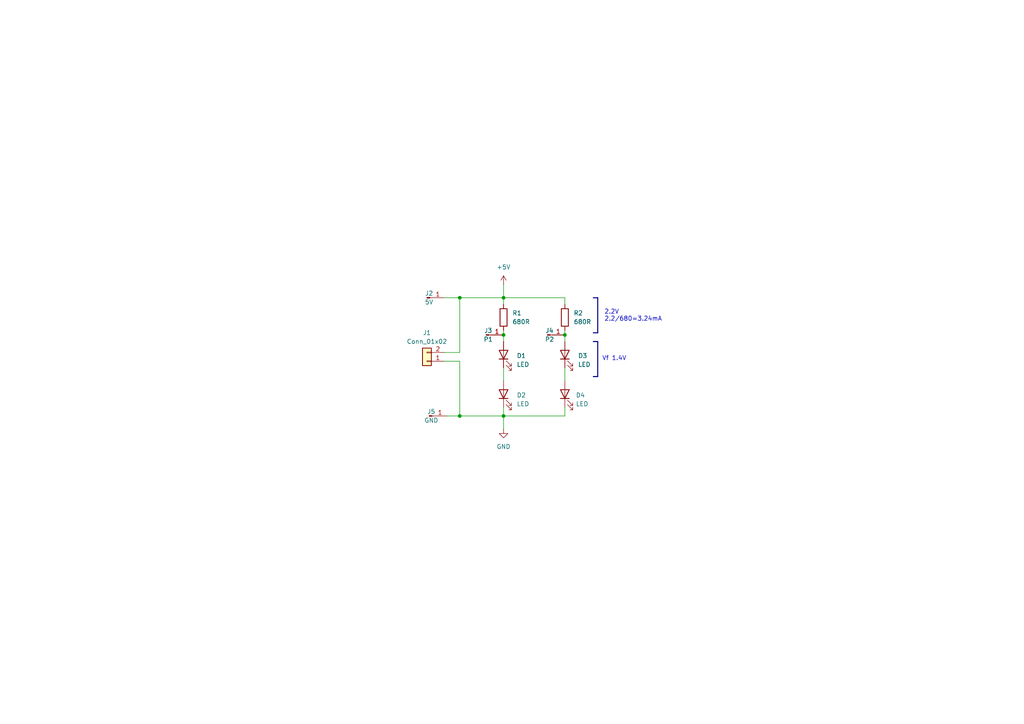
<source format=kicad_sch>
(kicad_sch (version 20230121) (generator eeschema)

  (uuid db5597ef-c2e5-4e6b-8e7f-84b268bf9fee)

  (paper "A4")

  (lib_symbols
    (symbol "Connector:Conn_01x01_Pin" (pin_names (offset 1.016) hide) (in_bom yes) (on_board yes)
      (property "Reference" "J" (at 0 2.54 0)
        (effects (font (size 1.27 1.27)))
      )
      (property "Value" "Conn_01x01_Pin" (at 0 -2.54 0)
        (effects (font (size 1.27 1.27)))
      )
      (property "Footprint" "" (at 0 0 0)
        (effects (font (size 1.27 1.27)) hide)
      )
      (property "Datasheet" "~" (at 0 0 0)
        (effects (font (size 1.27 1.27)) hide)
      )
      (property "ki_locked" "" (at 0 0 0)
        (effects (font (size 1.27 1.27)))
      )
      (property "ki_keywords" "connector" (at 0 0 0)
        (effects (font (size 1.27 1.27)) hide)
      )
      (property "ki_description" "Generic connector, single row, 01x01, script generated" (at 0 0 0)
        (effects (font (size 1.27 1.27)) hide)
      )
      (property "ki_fp_filters" "Connector*:*_1x??_*" (at 0 0 0)
        (effects (font (size 1.27 1.27)) hide)
      )
      (symbol "Conn_01x01_Pin_1_1"
        (polyline
          (pts
            (xy 1.27 0)
            (xy 0.8636 0)
          )
          (stroke (width 0.1524) (type default))
          (fill (type none))
        )
        (rectangle (start 0.8636 0.127) (end 0 -0.127)
          (stroke (width 0.1524) (type default))
          (fill (type outline))
        )
        (pin passive line (at 5.08 0 180) (length 3.81)
          (name "Pin_1" (effects (font (size 1.27 1.27))))
          (number "1" (effects (font (size 1.27 1.27))))
        )
      )
    )
    (symbol "Connector_Generic:Conn_01x02" (pin_names (offset 1.016) hide) (in_bom yes) (on_board yes)
      (property "Reference" "J" (at 0 2.54 0)
        (effects (font (size 1.27 1.27)))
      )
      (property "Value" "Conn_01x02" (at 0 -5.08 0)
        (effects (font (size 1.27 1.27)))
      )
      (property "Footprint" "" (at 0 0 0)
        (effects (font (size 1.27 1.27)) hide)
      )
      (property "Datasheet" "~" (at 0 0 0)
        (effects (font (size 1.27 1.27)) hide)
      )
      (property "ki_keywords" "connector" (at 0 0 0)
        (effects (font (size 1.27 1.27)) hide)
      )
      (property "ki_description" "Generic connector, single row, 01x02, script generated (kicad-library-utils/schlib/autogen/connector/)" (at 0 0 0)
        (effects (font (size 1.27 1.27)) hide)
      )
      (property "ki_fp_filters" "Connector*:*_1x??_*" (at 0 0 0)
        (effects (font (size 1.27 1.27)) hide)
      )
      (symbol "Conn_01x02_1_1"
        (rectangle (start -1.27 -2.413) (end 0 -2.667)
          (stroke (width 0.1524) (type default))
          (fill (type none))
        )
        (rectangle (start -1.27 0.127) (end 0 -0.127)
          (stroke (width 0.1524) (type default))
          (fill (type none))
        )
        (rectangle (start -1.27 1.27) (end 1.27 -3.81)
          (stroke (width 0.254) (type default))
          (fill (type background))
        )
        (pin passive line (at -5.08 0 0) (length 3.81)
          (name "Pin_1" (effects (font (size 1.27 1.27))))
          (number "1" (effects (font (size 1.27 1.27))))
        )
        (pin passive line (at -5.08 -2.54 0) (length 3.81)
          (name "Pin_2" (effects (font (size 1.27 1.27))))
          (number "2" (effects (font (size 1.27 1.27))))
        )
      )
    )
    (symbol "Device:LED" (pin_numbers hide) (pin_names (offset 1.016) hide) (in_bom yes) (on_board yes)
      (property "Reference" "D" (at 0 2.54 0)
        (effects (font (size 1.27 1.27)))
      )
      (property "Value" "LED" (at 0 -2.54 0)
        (effects (font (size 1.27 1.27)))
      )
      (property "Footprint" "" (at 0 0 0)
        (effects (font (size 1.27 1.27)) hide)
      )
      (property "Datasheet" "~" (at 0 0 0)
        (effects (font (size 1.27 1.27)) hide)
      )
      (property "ki_keywords" "LED diode" (at 0 0 0)
        (effects (font (size 1.27 1.27)) hide)
      )
      (property "ki_description" "Light emitting diode" (at 0 0 0)
        (effects (font (size 1.27 1.27)) hide)
      )
      (property "ki_fp_filters" "LED* LED_SMD:* LED_THT:*" (at 0 0 0)
        (effects (font (size 1.27 1.27)) hide)
      )
      (symbol "LED_0_1"
        (polyline
          (pts
            (xy -1.27 -1.27)
            (xy -1.27 1.27)
          )
          (stroke (width 0.254) (type default))
          (fill (type none))
        )
        (polyline
          (pts
            (xy -1.27 0)
            (xy 1.27 0)
          )
          (stroke (width 0) (type default))
          (fill (type none))
        )
        (polyline
          (pts
            (xy 1.27 -1.27)
            (xy 1.27 1.27)
            (xy -1.27 0)
            (xy 1.27 -1.27)
          )
          (stroke (width 0.254) (type default))
          (fill (type none))
        )
        (polyline
          (pts
            (xy -3.048 -0.762)
            (xy -4.572 -2.286)
            (xy -3.81 -2.286)
            (xy -4.572 -2.286)
            (xy -4.572 -1.524)
          )
          (stroke (width 0) (type default))
          (fill (type none))
        )
        (polyline
          (pts
            (xy -1.778 -0.762)
            (xy -3.302 -2.286)
            (xy -2.54 -2.286)
            (xy -3.302 -2.286)
            (xy -3.302 -1.524)
          )
          (stroke (width 0) (type default))
          (fill (type none))
        )
      )
      (symbol "LED_1_1"
        (pin passive line (at -3.81 0 0) (length 2.54)
          (name "K" (effects (font (size 1.27 1.27))))
          (number "1" (effects (font (size 1.27 1.27))))
        )
        (pin passive line (at 3.81 0 180) (length 2.54)
          (name "A" (effects (font (size 1.27 1.27))))
          (number "2" (effects (font (size 1.27 1.27))))
        )
      )
    )
    (symbol "Device:R" (pin_numbers hide) (pin_names (offset 0)) (in_bom yes) (on_board yes)
      (property "Reference" "R" (at 2.032 0 90)
        (effects (font (size 1.27 1.27)))
      )
      (property "Value" "R" (at 0 0 90)
        (effects (font (size 1.27 1.27)))
      )
      (property "Footprint" "" (at -1.778 0 90)
        (effects (font (size 1.27 1.27)) hide)
      )
      (property "Datasheet" "~" (at 0 0 0)
        (effects (font (size 1.27 1.27)) hide)
      )
      (property "ki_keywords" "R res resistor" (at 0 0 0)
        (effects (font (size 1.27 1.27)) hide)
      )
      (property "ki_description" "Resistor" (at 0 0 0)
        (effects (font (size 1.27 1.27)) hide)
      )
      (property "ki_fp_filters" "R_*" (at 0 0 0)
        (effects (font (size 1.27 1.27)) hide)
      )
      (symbol "R_0_1"
        (rectangle (start -1.016 -2.54) (end 1.016 2.54)
          (stroke (width 0.254) (type default))
          (fill (type none))
        )
      )
      (symbol "R_1_1"
        (pin passive line (at 0 3.81 270) (length 1.27)
          (name "~" (effects (font (size 1.27 1.27))))
          (number "1" (effects (font (size 1.27 1.27))))
        )
        (pin passive line (at 0 -3.81 90) (length 1.27)
          (name "~" (effects (font (size 1.27 1.27))))
          (number "2" (effects (font (size 1.27 1.27))))
        )
      )
    )
    (symbol "power:+5V" (power) (pin_names (offset 0)) (in_bom yes) (on_board yes)
      (property "Reference" "#PWR" (at 0 -3.81 0)
        (effects (font (size 1.27 1.27)) hide)
      )
      (property "Value" "+5V" (at 0 3.556 0)
        (effects (font (size 1.27 1.27)))
      )
      (property "Footprint" "" (at 0 0 0)
        (effects (font (size 1.27 1.27)) hide)
      )
      (property "Datasheet" "" (at 0 0 0)
        (effects (font (size 1.27 1.27)) hide)
      )
      (property "ki_keywords" "global power" (at 0 0 0)
        (effects (font (size 1.27 1.27)) hide)
      )
      (property "ki_description" "Power symbol creates a global label with name \"+5V\"" (at 0 0 0)
        (effects (font (size 1.27 1.27)) hide)
      )
      (symbol "+5V_0_1"
        (polyline
          (pts
            (xy -0.762 1.27)
            (xy 0 2.54)
          )
          (stroke (width 0) (type default))
          (fill (type none))
        )
        (polyline
          (pts
            (xy 0 0)
            (xy 0 2.54)
          )
          (stroke (width 0) (type default))
          (fill (type none))
        )
        (polyline
          (pts
            (xy 0 2.54)
            (xy 0.762 1.27)
          )
          (stroke (width 0) (type default))
          (fill (type none))
        )
      )
      (symbol "+5V_1_1"
        (pin power_in line (at 0 0 90) (length 0) hide
          (name "+5V" (effects (font (size 1.27 1.27))))
          (number "1" (effects (font (size 1.27 1.27))))
        )
      )
    )
    (symbol "power:GND" (power) (pin_names (offset 0)) (in_bom yes) (on_board yes)
      (property "Reference" "#PWR" (at 0 -6.35 0)
        (effects (font (size 1.27 1.27)) hide)
      )
      (property "Value" "GND" (at 0 -3.81 0)
        (effects (font (size 1.27 1.27)))
      )
      (property "Footprint" "" (at 0 0 0)
        (effects (font (size 1.27 1.27)) hide)
      )
      (property "Datasheet" "" (at 0 0 0)
        (effects (font (size 1.27 1.27)) hide)
      )
      (property "ki_keywords" "global power" (at 0 0 0)
        (effects (font (size 1.27 1.27)) hide)
      )
      (property "ki_description" "Power symbol creates a global label with name \"GND\" , ground" (at 0 0 0)
        (effects (font (size 1.27 1.27)) hide)
      )
      (symbol "GND_0_1"
        (polyline
          (pts
            (xy 0 0)
            (xy 0 -1.27)
            (xy 1.27 -1.27)
            (xy 0 -2.54)
            (xy -1.27 -1.27)
            (xy 0 -1.27)
          )
          (stroke (width 0) (type default))
          (fill (type none))
        )
      )
      (symbol "GND_1_1"
        (pin power_in line (at 0 0 270) (length 0) hide
          (name "GND" (effects (font (size 1.27 1.27))))
          (number "1" (effects (font (size 1.27 1.27))))
        )
      )
    )
  )

  (junction (at 163.83 97.155) (diameter 0) (color 0 0 0 0)
    (uuid 26c470a9-3681-4e4d-8f05-17ceee8851a0)
  )
  (junction (at 146.05 97.155) (diameter 0) (color 0 0 0 0)
    (uuid 36faeea6-3f18-4e18-beb8-0ac65b9de1f7)
  )
  (junction (at 146.05 86.36) (diameter 0) (color 0 0 0 0)
    (uuid 50db9943-390e-4f36-88d1-ba005e60977c)
  )
  (junction (at 146.05 120.65) (diameter 0) (color 0 0 0 0)
    (uuid 6841a9ba-6f32-4658-8040-8ec765c694af)
  )
  (junction (at 133.35 120.65) (diameter 0) (color 0 0 0 0)
    (uuid 76c01604-c942-403c-86bc-a7b0c4ef3fa3)
  )
  (junction (at 133.35 86.36) (diameter 0) (color 0 0 0 0)
    (uuid b8cfb259-75d4-4cc3-9e6a-2e52cc5c5daf)
  )

  (wire (pts (xy 163.83 118.11) (xy 163.83 120.65))
    (stroke (width 0) (type default))
    (uuid 016cc337-c80e-4070-bc62-1289335441ff)
  )
  (wire (pts (xy 133.35 102.235) (xy 128.905 102.235))
    (stroke (width 0) (type default))
    (uuid 059c2a46-4cee-45d3-84bf-4cff076dac7b)
  )
  (bus (pts (xy 172.085 86.36) (xy 173.355 86.36))
    (stroke (width 0) (type default))
    (uuid 066928e5-b608-40a4-b4b8-a9a2a92e4f38)
  )

  (wire (pts (xy 128.905 86.36) (xy 133.35 86.36))
    (stroke (width 0) (type default))
    (uuid 0bc751ab-0b85-4021-88c0-7cec13ec3936)
  )
  (wire (pts (xy 146.05 86.36) (xy 163.83 86.36))
    (stroke (width 0) (type default))
    (uuid 0de66760-01be-4f61-ae08-dd4f6654e127)
  )
  (wire (pts (xy 129.54 120.65) (xy 133.35 120.65))
    (stroke (width 0) (type default))
    (uuid 117e1022-e0f7-45c8-9158-73f9048d2400)
  )
  (wire (pts (xy 163.83 120.65) (xy 146.05 120.65))
    (stroke (width 0) (type default))
    (uuid 1e9897c5-939e-4d91-aaa6-f3203ca971b0)
  )
  (bus (pts (xy 173.355 99.06) (xy 173.355 109.22))
    (stroke (width 0) (type default))
    (uuid 248bca47-3481-4e79-9c89-47b732781fe6)
  )

  (wire (pts (xy 163.83 97.155) (xy 163.83 99.06))
    (stroke (width 0) (type default))
    (uuid 2e07d822-3ff8-4572-ba5c-d002733f604d)
  )
  (bus (pts (xy 172.085 96.52) (xy 173.355 96.52))
    (stroke (width 0) (type default))
    (uuid 3019266a-4705-4118-9c4e-da4fa0e7ddbf)
  )

  (wire (pts (xy 163.83 95.885) (xy 163.83 97.155))
    (stroke (width 0) (type default))
    (uuid 46836722-6552-4ca0-a963-a42283415442)
  )
  (wire (pts (xy 146.05 95.885) (xy 146.05 97.155))
    (stroke (width 0) (type default))
    (uuid 5baa8abf-f781-49cf-b270-f2c87950b620)
  )
  (wire (pts (xy 163.83 86.36) (xy 163.83 88.265))
    (stroke (width 0) (type default))
    (uuid 72439d86-5348-4648-82b3-e27eab9d6fd7)
  )
  (wire (pts (xy 163.83 106.68) (xy 163.83 110.49))
    (stroke (width 0) (type default))
    (uuid 7cbec4c2-c678-4165-844d-4eb5ab215709)
  )
  (bus (pts (xy 172.085 109.22) (xy 173.355 109.22))
    (stroke (width 0) (type default))
    (uuid 84ce6ab9-d915-4507-bce6-9e0ee52dcafc)
  )

  (wire (pts (xy 146.05 82.55) (xy 146.05 86.36))
    (stroke (width 0) (type default))
    (uuid 8a3873bb-f341-4051-b6e4-83604532986e)
  )
  (bus (pts (xy 173.355 86.36) (xy 173.355 96.52))
    (stroke (width 0) (type default))
    (uuid 8cc8dd13-e0b0-445b-be9b-21a3da4a27fe)
  )

  (wire (pts (xy 133.35 104.775) (xy 128.905 104.775))
    (stroke (width 0) (type default))
    (uuid 92cd1ee5-d159-48e3-a97b-ba8bd430316f)
  )
  (wire (pts (xy 133.35 86.36) (xy 133.35 102.235))
    (stroke (width 0) (type default))
    (uuid a9815a97-c845-468a-8469-848f7e21a5d6)
  )
  (bus (pts (xy 172.085 99.06) (xy 173.355 99.06))
    (stroke (width 0) (type default))
    (uuid ab9bc702-2d41-4c95-bf62-91e3ad61156e)
  )

  (wire (pts (xy 146.05 120.65) (xy 146.05 124.46))
    (stroke (width 0) (type default))
    (uuid acd6faff-dba8-4151-b3f0-79d54cb82b5c)
  )
  (wire (pts (xy 133.35 120.65) (xy 146.05 120.65))
    (stroke (width 0) (type default))
    (uuid b05df2f0-12dc-4057-8047-4a839fc5d7c4)
  )
  (wire (pts (xy 146.05 106.68) (xy 146.05 110.49))
    (stroke (width 0) (type default))
    (uuid b7d9f072-ea77-4bc8-bf82-b809916275fb)
  )
  (wire (pts (xy 146.05 97.155) (xy 146.05 99.06))
    (stroke (width 0) (type default))
    (uuid ca85d7c9-9c6b-45d8-8a7d-7ac76d756fd9)
  )
  (wire (pts (xy 146.05 120.65) (xy 146.05 118.11))
    (stroke (width 0) (type default))
    (uuid cbf36608-2538-4d11-b94f-7e61c105d692)
  )
  (wire (pts (xy 133.35 86.36) (xy 146.05 86.36))
    (stroke (width 0) (type default))
    (uuid cdc4abdc-99a0-4222-b03a-aef8e3cc394f)
  )
  (wire (pts (xy 146.05 86.36) (xy 146.05 88.265))
    (stroke (width 0) (type default))
    (uuid f3cbbbb6-9270-43ab-8e06-0da46e3590f7)
  )
  (wire (pts (xy 133.35 120.65) (xy 133.35 104.775))
    (stroke (width 0) (type default))
    (uuid f8f25aa2-5af3-42cb-a116-c285947ca183)
  )

  (text "2.2V\n2.2/680=3.24mA" (at 175.26 93.345 0)
    (effects (font (size 1.27 1.27)) (justify left bottom))
    (uuid 801c4298-8dd3-4aff-8860-5be981ad6ca6)
  )
  (text "Vf 1.4V" (at 174.625 104.775 0)
    (effects (font (size 1.27 1.27)) (justify left bottom))
    (uuid d0e0b630-163f-45f1-aadb-0cf26d88c566)
  )

  (symbol (lib_id "Device:R") (at 163.83 92.075 0) (unit 1)
    (in_bom yes) (on_board yes) (dnp no) (fields_autoplaced)
    (uuid 168c9dca-8bad-4030-8ed7-c1b35102453e)
    (property "Reference" "R2" (at 166.37 90.805 0)
      (effects (font (size 1.27 1.27)) (justify left))
    )
    (property "Value" "680R" (at 166.37 93.345 0)
      (effects (font (size 1.27 1.27)) (justify left))
    )
    (property "Footprint" "Resistor_SMD:R_0603_1608Metric" (at 162.052 92.075 90)
      (effects (font (size 1.27 1.27)) hide)
    )
    (property "Datasheet" "~" (at 163.83 92.075 0)
      (effects (font (size 1.27 1.27)) hide)
    )
    (pin "2" (uuid bbda572b-c80a-4f0a-87e6-4efea0773ede))
    (pin "1" (uuid 3f79b645-43a4-4626-b737-df4a971ad61b))
    (instances
      (project "FlowEye"
        (path "/db5597ef-c2e5-4e6b-8e7f-84b268bf9fee"
          (reference "R2") (unit 1)
        )
      )
    )
  )

  (symbol (lib_id "Connector:Conn_01x01_Pin") (at 124.46 120.65 0) (unit 1)
    (in_bom yes) (on_board yes) (dnp no)
    (uuid 1858d70e-9730-438f-ba46-4e00c2f6e367)
    (property "Reference" "J5" (at 125.095 119.38 0)
      (effects (font (size 1.27 1.27)))
    )
    (property "Value" "GND" (at 125.095 121.92 0)
      (effects (font (size 1.27 1.27)))
    )
    (property "Footprint" "TestPoint:TestPoint_Pad_D1.0mm" (at 124.46 120.65 0)
      (effects (font (size 1.27 1.27)) hide)
    )
    (property "Datasheet" "~" (at 124.46 120.65 0)
      (effects (font (size 1.27 1.27)) hide)
    )
    (pin "1" (uuid 6f93006d-69b0-4a1d-8645-f336d10c969e))
    (instances
      (project "FlowEye"
        (path "/db5597ef-c2e5-4e6b-8e7f-84b268bf9fee"
          (reference "J5") (unit 1)
        )
      )
    )
  )

  (symbol (lib_id "power:+5V") (at 146.05 82.55 0) (unit 1)
    (in_bom yes) (on_board yes) (dnp no) (fields_autoplaced)
    (uuid 290b5da1-8c0a-4867-be0a-cc5ba7f80191)
    (property "Reference" "#PWR02" (at 146.05 86.36 0)
      (effects (font (size 1.27 1.27)) hide)
    )
    (property "Value" "+5V" (at 146.05 77.47 0)
      (effects (font (size 1.27 1.27)))
    )
    (property "Footprint" "" (at 146.05 82.55 0)
      (effects (font (size 1.27 1.27)) hide)
    )
    (property "Datasheet" "" (at 146.05 82.55 0)
      (effects (font (size 1.27 1.27)) hide)
    )
    (pin "1" (uuid 7e624141-dd22-425b-8dd1-e064816fe028))
    (instances
      (project "FlowEye"
        (path "/db5597ef-c2e5-4e6b-8e7f-84b268bf9fee"
          (reference "#PWR02") (unit 1)
        )
      )
    )
  )

  (symbol (lib_id "Device:LED") (at 146.05 114.3 90) (unit 1)
    (in_bom yes) (on_board yes) (dnp no) (fields_autoplaced)
    (uuid 42025fce-49c5-47cd-893d-534ce214d0a4)
    (property "Reference" "D2" (at 149.86 114.6175 90)
      (effects (font (size 1.27 1.27)) (justify right))
    )
    (property "Value" "LED" (at 149.86 117.1575 90)
      (effects (font (size 1.27 1.27)) (justify right))
    )
    (property "Footprint" "LED_SMD:LED_1206_3216Metric" (at 146.05 114.3 0)
      (effects (font (size 1.27 1.27)) hide)
    )
    (property "Datasheet" "~" (at 146.05 114.3 0)
      (effects (font (size 1.27 1.27)) hide)
    )
    (pin "1" (uuid 46c6b6e7-92ac-40de-a692-61b4eca04ac8))
    (pin "2" (uuid e5be9c19-2fd7-4d45-9d43-e588f3d05726))
    (instances
      (project "FlowEye"
        (path "/db5597ef-c2e5-4e6b-8e7f-84b268bf9fee"
          (reference "D2") (unit 1)
        )
      )
    )
  )

  (symbol (lib_id "Connector:Conn_01x01_Pin") (at 158.75 97.155 0) (unit 1)
    (in_bom yes) (on_board yes) (dnp no)
    (uuid 4fb7f885-59ee-457b-aaa7-64336d3131cf)
    (property "Reference" "J4" (at 159.385 95.885 0)
      (effects (font (size 1.27 1.27)))
    )
    (property "Value" "P2" (at 159.385 98.425 0)
      (effects (font (size 1.27 1.27)))
    )
    (property "Footprint" "TestPoint:TestPoint_Pad_D1.0mm" (at 158.75 97.155 0)
      (effects (font (size 1.27 1.27)) hide)
    )
    (property "Datasheet" "~" (at 158.75 97.155 0)
      (effects (font (size 1.27 1.27)) hide)
    )
    (pin "1" (uuid 79ef8ec6-d21d-487b-a05d-97dc35a2e3bc))
    (instances
      (project "FlowEye"
        (path "/db5597ef-c2e5-4e6b-8e7f-84b268bf9fee"
          (reference "J4") (unit 1)
        )
      )
    )
  )

  (symbol (lib_id "Connector_Generic:Conn_01x02") (at 123.825 104.775 180) (unit 1)
    (in_bom yes) (on_board yes) (dnp no) (fields_autoplaced)
    (uuid 578605f3-f485-4ee7-81dd-1682dc5788e3)
    (property "Reference" "J1" (at 123.825 96.52 0)
      (effects (font (size 1.27 1.27)))
    )
    (property "Value" "Conn_01x02" (at 123.825 99.06 0)
      (effects (font (size 1.27 1.27)))
    )
    (property "Footprint" "Connector_JST:JST_SH_BM02B-SRSS-TB_1x02-1MP_P1.00mm_Vertical" (at 123.825 104.775 0)
      (effects (font (size 1.27 1.27)) hide)
    )
    (property "Datasheet" "~" (at 123.825 104.775 0)
      (effects (font (size 1.27 1.27)) hide)
    )
    (pin "2" (uuid 14751f94-eda9-4311-a67b-d178fe31a727))
    (pin "1" (uuid d88c5118-59f8-416e-8a3b-b67c14fc19e3))
    (instances
      (project "FlowEye"
        (path "/db5597ef-c2e5-4e6b-8e7f-84b268bf9fee"
          (reference "J1") (unit 1)
        )
      )
    )
  )

  (symbol (lib_id "power:GND") (at 146.05 124.46 0) (unit 1)
    (in_bom yes) (on_board yes) (dnp no) (fields_autoplaced)
    (uuid 5e31f8e2-4512-4a74-b6e9-69f2d883b393)
    (property "Reference" "#PWR01" (at 146.05 130.81 0)
      (effects (font (size 1.27 1.27)) hide)
    )
    (property "Value" "GND" (at 146.05 129.54 0)
      (effects (font (size 1.27 1.27)))
    )
    (property "Footprint" "" (at 146.05 124.46 0)
      (effects (font (size 1.27 1.27)) hide)
    )
    (property "Datasheet" "" (at 146.05 124.46 0)
      (effects (font (size 1.27 1.27)) hide)
    )
    (pin "1" (uuid a3fd8c37-2d44-472a-8d9d-07db19df4af7))
    (instances
      (project "FlowEye"
        (path "/db5597ef-c2e5-4e6b-8e7f-84b268bf9fee"
          (reference "#PWR01") (unit 1)
        )
      )
    )
  )

  (symbol (lib_id "Connector:Conn_01x01_Pin") (at 123.825 86.36 0) (unit 1)
    (in_bom yes) (on_board yes) (dnp no)
    (uuid 68214ac1-efc3-4a9d-828e-598cd620a750)
    (property "Reference" "J2" (at 124.46 85.09 0)
      (effects (font (size 1.27 1.27)))
    )
    (property "Value" "5V" (at 124.46 87.63 0)
      (effects (font (size 1.27 1.27)))
    )
    (property "Footprint" "TestPoint:TestPoint_Pad_D1.0mm" (at 123.825 86.36 0)
      (effects (font (size 1.27 1.27)) hide)
    )
    (property "Datasheet" "~" (at 123.825 86.36 0)
      (effects (font (size 1.27 1.27)) hide)
    )
    (pin "1" (uuid e7e24b58-44e2-4c1f-a9a5-fb0193ed7f22))
    (instances
      (project "FlowEye"
        (path "/db5597ef-c2e5-4e6b-8e7f-84b268bf9fee"
          (reference "J2") (unit 1)
        )
      )
    )
  )

  (symbol (lib_id "Connector:Conn_01x01_Pin") (at 140.97 97.155 0) (unit 1)
    (in_bom yes) (on_board yes) (dnp no)
    (uuid a297d52d-0193-41bf-852d-5134e5df2a23)
    (property "Reference" "J3" (at 141.605 95.885 0)
      (effects (font (size 1.27 1.27)))
    )
    (property "Value" "P1" (at 141.605 98.425 0)
      (effects (font (size 1.27 1.27)))
    )
    (property "Footprint" "TestPoint:TestPoint_Pad_D1.0mm" (at 140.97 97.155 0)
      (effects (font (size 1.27 1.27)) hide)
    )
    (property "Datasheet" "~" (at 140.97 97.155 0)
      (effects (font (size 1.27 1.27)) hide)
    )
    (pin "1" (uuid bd0d7f54-8e93-4ed0-abb5-22ad45b43f69))
    (instances
      (project "FlowEye"
        (path "/db5597ef-c2e5-4e6b-8e7f-84b268bf9fee"
          (reference "J3") (unit 1)
        )
      )
    )
  )

  (symbol (lib_id "Device:LED") (at 163.83 114.3 90) (unit 1)
    (in_bom yes) (on_board yes) (dnp no) (fields_autoplaced)
    (uuid a3d19428-a1f9-4ae9-a9e9-bfc54e57dba1)
    (property "Reference" "D4" (at 167.005 114.6175 90)
      (effects (font (size 1.27 1.27)) (justify right))
    )
    (property "Value" "LED" (at 167.005 117.1575 90)
      (effects (font (size 1.27 1.27)) (justify right))
    )
    (property "Footprint" "LED_SMD:LED_1206_3216Metric" (at 163.83 114.3 0)
      (effects (font (size 1.27 1.27)) hide)
    )
    (property "Datasheet" "~" (at 163.83 114.3 0)
      (effects (font (size 1.27 1.27)) hide)
    )
    (pin "1" (uuid fb836e83-3d79-4254-8615-dd3ba483a1ee))
    (pin "2" (uuid 33571982-e153-4124-8d3f-447786c97eba))
    (instances
      (project "FlowEye"
        (path "/db5597ef-c2e5-4e6b-8e7f-84b268bf9fee"
          (reference "D4") (unit 1)
        )
      )
    )
  )

  (symbol (lib_id "Device:LED") (at 163.83 102.87 90) (unit 1)
    (in_bom yes) (on_board yes) (dnp no) (fields_autoplaced)
    (uuid aba117bb-c589-4aaa-9bd1-96af66005ad5)
    (property "Reference" "D3" (at 167.64 103.1875 90)
      (effects (font (size 1.27 1.27)) (justify right))
    )
    (property "Value" "LED" (at 167.64 105.7275 90)
      (effects (font (size 1.27 1.27)) (justify right))
    )
    (property "Footprint" "LED_SMD:LED_1206_3216Metric" (at 163.83 102.87 0)
      (effects (font (size 1.27 1.27)) hide)
    )
    (property "Datasheet" "~" (at 163.83 102.87 0)
      (effects (font (size 1.27 1.27)) hide)
    )
    (pin "1" (uuid 3ff1baf9-2f8e-40bb-9cd0-39c7ae5ea0aa))
    (pin "2" (uuid 126dfd76-0db7-4790-8f83-a0992f449ed3))
    (instances
      (project "FlowEye"
        (path "/db5597ef-c2e5-4e6b-8e7f-84b268bf9fee"
          (reference "D3") (unit 1)
        )
      )
    )
  )

  (symbol (lib_id "Device:R") (at 146.05 92.075 0) (unit 1)
    (in_bom yes) (on_board yes) (dnp no) (fields_autoplaced)
    (uuid d2d765f5-b083-4da7-ae87-d31cca9a2fe2)
    (property "Reference" "R1" (at 148.59 90.805 0)
      (effects (font (size 1.27 1.27)) (justify left))
    )
    (property "Value" "680R" (at 148.59 93.345 0)
      (effects (font (size 1.27 1.27)) (justify left))
    )
    (property "Footprint" "Resistor_SMD:R_0603_1608Metric" (at 144.272 92.075 90)
      (effects (font (size 1.27 1.27)) hide)
    )
    (property "Datasheet" "~" (at 146.05 92.075 0)
      (effects (font (size 1.27 1.27)) hide)
    )
    (pin "1" (uuid b3ac5010-db4e-4494-9c71-22d45e21de1f))
    (pin "2" (uuid 240c0b93-a820-4ca5-a93c-48cf8fda37f4))
    (instances
      (project "FlowEye"
        (path "/db5597ef-c2e5-4e6b-8e7f-84b268bf9fee"
          (reference "R1") (unit 1)
        )
      )
    )
  )

  (symbol (lib_id "Device:LED") (at 146.05 102.87 90) (unit 1)
    (in_bom yes) (on_board yes) (dnp no) (fields_autoplaced)
    (uuid d99fa706-9ed9-4411-b125-a708ed66ed4d)
    (property "Reference" "D1" (at 149.86 103.1875 90)
      (effects (font (size 1.27 1.27)) (justify right))
    )
    (property "Value" "LED" (at 149.86 105.7275 90)
      (effects (font (size 1.27 1.27)) (justify right))
    )
    (property "Footprint" "LED_SMD:LED_1206_3216Metric" (at 146.05 102.87 0)
      (effects (font (size 1.27 1.27)) hide)
    )
    (property "Datasheet" "~" (at 146.05 102.87 0)
      (effects (font (size 1.27 1.27)) hide)
    )
    (pin "2" (uuid bc766edb-79ae-4f4a-a40c-54ae014ffbfb))
    (pin "1" (uuid 50e5c6b7-7b33-4ece-a938-f8b1c7c3ee35))
    (instances
      (project "FlowEye"
        (path "/db5597ef-c2e5-4e6b-8e7f-84b268bf9fee"
          (reference "D1") (unit 1)
        )
      )
    )
  )

  (sheet_instances
    (path "/" (page "1"))
  )
)

</source>
